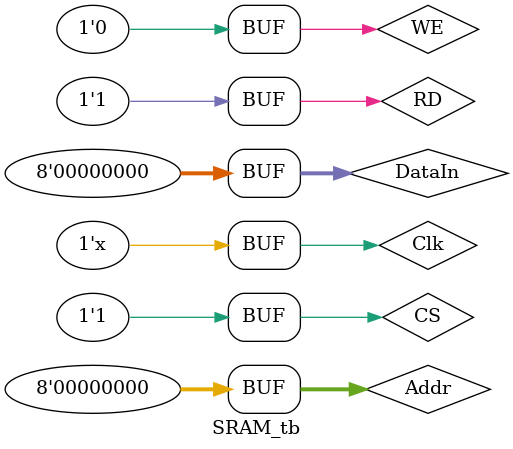
<source format=v>
`timescale 1ns / 1ps

module SRAM_tb();

parameter ADR   = 8;
parameter Data  = 8;
parameter Depth = 256;

reg [Data-1:0] DataIn;
wire [Data-1:0] DataOut;
reg [ADR-1:0] Addr;
reg CS; 
reg WE; 
reg RD; 
reg Clk;

SRAM SR(.DataIn(DataIn),.DataOut(DataOut), .Addr(Addr), .CS(CS), .WE(WE), . RD(RD), .Clk(Clk) );



initial  //CLK Generation
    Clk = 0;
    always #5 Clk = ~Clk;

initial
begin 
CS = 0;
WE = 0;
RD = 0;
DataIn = 8'h00;
Addr = 8'h00;
end

initial begin 
CS = 1; // Write Operation
WE = 1;
RD = 0;

DataIn = 8'h10;
Addr = 8'h10; #10;
DataIn = 8'h20;
Addr = 8'h20; #10;
DataIn = 8'h30;
Addr = 8'h30; #10;
DataIn = 8'h40;
Addr = 8'h40;#10;
DataIn=0;
Addr = 0;

WE = 0;
CS = 0;#50;

CS = 1; //Read Operation
RD = 1;
WE = 0;

Addr = 8'h10; #10;
Addr = 8'h20; #10;
Addr = 8'h30; #10;
Addr = 8'h40;#10;
Addr = 0;

end

endmodule

</source>
